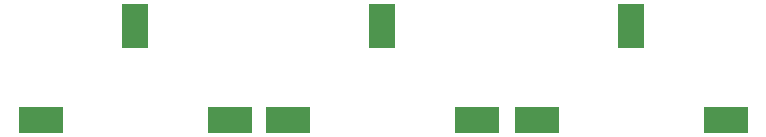
<source format=gtp>
G04*
G04 #@! TF.GenerationSoftware,Altium Limited,Altium Designer,18.0.7 (293)*
G04*
G04 Layer_Color=8421504*
%FSLAX43Y43*%
%MOMM*%
G71*
G01*
G75*
%ADD13R,3.810X2.286*%
%ADD14R,2.286X3.810*%
D13*
X10000Y14000D02*
D03*
X26000D02*
D03*
X46920D02*
D03*
X30920D02*
D03*
X52000D02*
D03*
X68000D02*
D03*
D14*
X18000Y22000D02*
D03*
X38920D02*
D03*
X60000D02*
D03*
M02*

</source>
